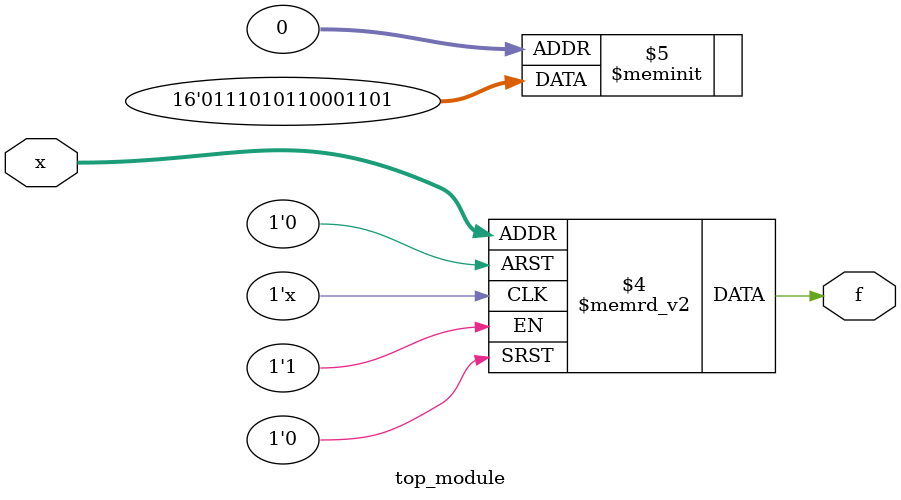
<source format=sv>
module top_module (
	input [4:1] x,
	output logic f
);
    
    always_comb begin
        case (x)
            4'b0000: f = 1;
            4'b0001: f = 0;
            4'b0011: f = 1;
            4'b0010: f = 1;
            4'b0100: f = 0;
            4'b0101: f = 0;
            4'b0111: f = 1;
            4'b0110: f = 0;
            4'b1000: f = 1;
            4'b1001: f = 0;
            4'b1011: f = 0;
            4'b1010: f = 1;
            4'b1100: f = 1;
            4'b1101: f = 1;
            4'b1111: f = 0;
            4'b1110: f = 1;
        endcase
    end
    
    
endmodule

</source>
